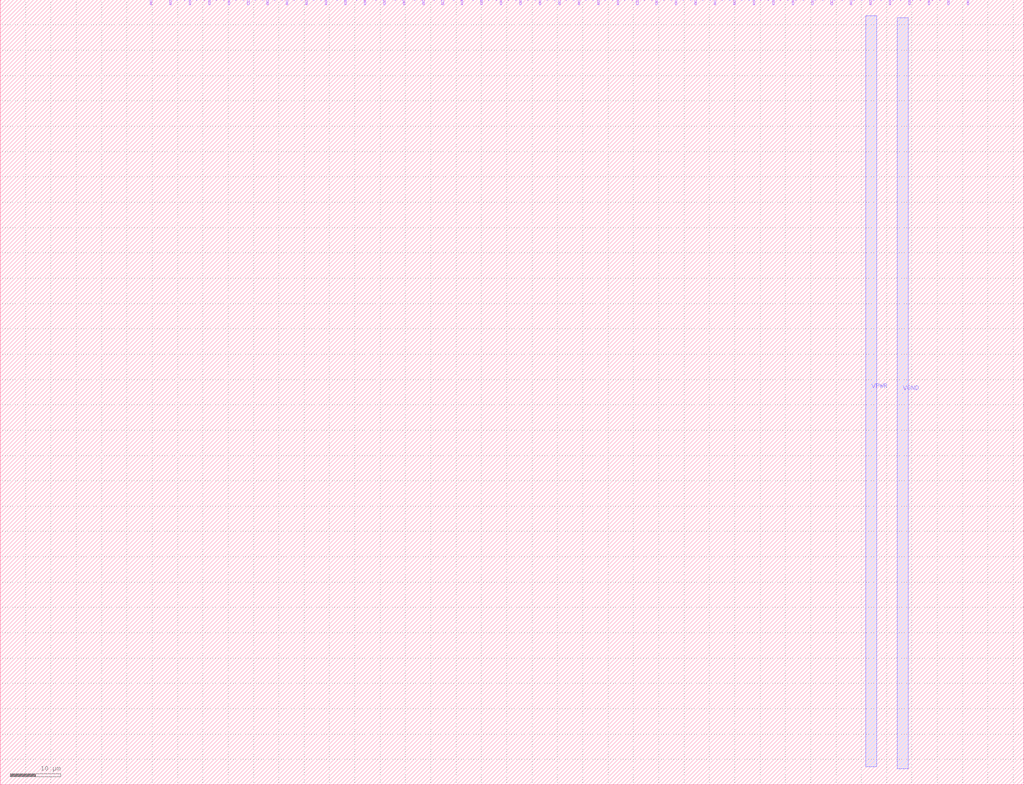
<source format=lef>
VERSION 5.8 ;
BUSBITCHARS "[]" ;
DIVIDERCHAR "/" ;

MACRO tt_um_silicon_art
  CLASS BLOCK ;
  FOREIGN tt_um_silicon_art 0.000 0.000 ;
  ORIGIN 0.000 0.000 ;
  SIZE 202.080 BY 154.980 ;
  SYMMETRY X Y ;

  PIN VGND
    DIRECTION INOUT ;
    USE GROUND ;
    PORT
      LAYER TopMetal1 ;
        RECT 177.060 3.150 179.260 151.420 ;
    END
  END VGND

  PIN VPWR
    DIRECTION INOUT ;
    USE POWER ;
    PORT
      LAYER TopMetal1 ;
        RECT 170.860 3.560 173.060 151.830 ;
    END
  END VPWR

  PIN clk
    DIRECTION INPUT ;
    USE SIGNAL ;
    PORT
      LAYER Metal4 ;
        RECT 187.050 153.980 187.350 154.980 ;
    END
  END clk

  PIN ena
    DIRECTION INPUT ;
    USE SIGNAL ;
    PORT
      LAYER Metal4 ;
        RECT 190.890 153.980 191.190 154.980 ;
    END
  END ena

  PIN rst_n
    DIRECTION INPUT ;
    USE SIGNAL ;
    PORT
      LAYER Metal4 ;
        RECT 183.210 153.980 183.510 154.980 ;
    END
  END rst_n

  PIN ui_in[0]
    DIRECTION INPUT ;
    USE SIGNAL ;
    PORT
      LAYER Metal4 ;
        RECT 179.370 153.980 179.670 154.980 ;
    END
  END ui_in[0]

  PIN ui_in[1]
    DIRECTION INPUT ;
    USE SIGNAL ;
    PORT
      LAYER Metal4 ;
        RECT 175.530 153.980 175.830 154.980 ;
    END
  END ui_in[1]

  PIN ui_in[2]
    DIRECTION INPUT ;
    USE SIGNAL ;
    PORT
      LAYER Metal4 ;
        RECT 171.690 153.980 171.990 154.980 ;
    END
  END ui_in[2]

  PIN ui_in[3]
    DIRECTION INPUT ;
    USE SIGNAL ;
    PORT
      LAYER Metal4 ;
        RECT 167.850 153.980 168.150 154.980 ;
    END
  END ui_in[3]

  PIN ui_in[4]
    DIRECTION INPUT ;
    USE SIGNAL ;
    PORT
      LAYER Metal4 ;
        RECT 164.010 153.980 164.310 154.980 ;
    END
  END ui_in[4]

  PIN ui_in[5]
    DIRECTION INPUT ;
    USE SIGNAL ;
    PORT
      LAYER Metal4 ;
        RECT 160.170 153.980 160.470 154.980 ;
    END
  END ui_in[5]

  PIN ui_in[6]
    DIRECTION INPUT ;
    USE SIGNAL ;
    PORT
      LAYER Metal4 ;
        RECT 156.330 153.980 156.630 154.980 ;
    END
  END ui_in[6]

  PIN ui_in[7]
    DIRECTION INPUT ;
    USE SIGNAL ;
    PORT
      LAYER Metal4 ;
        RECT 152.490 153.980 152.790 154.980 ;
    END
  END ui_in[7]

  PIN uio_in[0]
    DIRECTION INPUT ;
    USE SIGNAL ;
    PORT
      LAYER Metal4 ;
        RECT 148.650 153.980 148.950 154.980 ;
    END
  END uio_in[0]

  PIN uio_in[1]
    DIRECTION INPUT ;
    USE SIGNAL ;
    PORT
      LAYER Metal4 ;
        RECT 144.810 153.980 145.110 154.980 ;
    END
  END uio_in[1]

  PIN uio_in[2]
    DIRECTION INPUT ;
    USE SIGNAL ;
    PORT
      LAYER Metal4 ;
        RECT 140.970 153.980 141.270 154.980 ;
    END
  END uio_in[2]

  PIN uio_in[3]
    DIRECTION INPUT ;
    USE SIGNAL ;
    PORT
      LAYER Metal4 ;
        RECT 137.130 153.980 137.430 154.980 ;
    END
  END uio_in[3]

  PIN uio_in[4]
    DIRECTION INPUT ;
    USE SIGNAL ;
    PORT
      LAYER Metal4 ;
        RECT 133.290 153.980 133.590 154.980 ;
    END
  END uio_in[4]

  PIN uio_in[5]
    DIRECTION INPUT ;
    USE SIGNAL ;
    PORT
      LAYER Metal4 ;
        RECT 129.450 153.980 129.750 154.980 ;
    END
  END uio_in[5]

  PIN uio_in[6]
    DIRECTION INPUT ;
    USE SIGNAL ;
    PORT
      LAYER Metal4 ;
        RECT 125.610 153.980 125.910 154.980 ;
    END
  END uio_in[6]

  PIN uio_in[7]
    DIRECTION INPUT ;
    USE SIGNAL ;
    PORT
      LAYER Metal4 ;
        RECT 121.770 153.980 122.070 154.980 ;
    END
  END uio_in[7]

  PIN uio_oe[0]
    DIRECTION OUTPUT ;
    USE SIGNAL ;
    PORT
      LAYER Metal4 ;
        RECT 56.490 153.980 56.790 154.980 ;
    END
  END uio_oe[0]

  PIN uio_oe[1]
    DIRECTION OUTPUT ;
    USE SIGNAL ;
    PORT
      LAYER Metal4 ;
        RECT 52.650 153.980 52.950 154.980 ;
    END
  END uio_oe[1]

  PIN uio_oe[2]
    DIRECTION OUTPUT ;
    USE SIGNAL ;
    PORT
      LAYER Metal4 ;
        RECT 48.810 153.980 49.110 154.980 ;
    END
  END uio_oe[2]

  PIN uio_oe[3]
    DIRECTION OUTPUT ;
    USE SIGNAL ;
    PORT
      LAYER Metal4 ;
        RECT 44.970 153.980 45.270 154.980 ;
    END
  END uio_oe[3]

  PIN uio_oe[4]
    DIRECTION OUTPUT ;
    USE SIGNAL ;
    PORT
      LAYER Metal4 ;
        RECT 41.130 153.980 41.430 154.980 ;
    END
  END uio_oe[4]

  PIN uio_oe[5]
    DIRECTION OUTPUT ;
    USE SIGNAL ;
    PORT
      LAYER Metal4 ;
        RECT 37.290 153.980 37.590 154.980 ;
    END
  END uio_oe[5]

  PIN uio_oe[6]
    DIRECTION OUTPUT ;
    USE SIGNAL ;
    PORT
      LAYER Metal4 ;
        RECT 33.450 153.980 33.750 154.980 ;
    END
  END uio_oe[6]

  PIN uio_oe[7]
    DIRECTION OUTPUT ;
    USE SIGNAL ;
    PORT
      LAYER Metal4 ;
        RECT 29.610 153.980 29.910 154.980 ;
    END
  END uio_oe[7]

  PIN uio_out[0]
    DIRECTION OUTPUT ;
    USE SIGNAL ;
    PORT
      LAYER Metal4 ;
        RECT 87.210 153.980 87.510 154.980 ;
    END
  END uio_out[0]

  PIN uio_out[1]
    DIRECTION OUTPUT ;
    USE SIGNAL ;
    PORT
      LAYER Metal4 ;
        RECT 83.370 153.980 83.670 154.980 ;
    END
  END uio_out[1]

  PIN uio_out[2]
    DIRECTION OUTPUT ;
    USE SIGNAL ;
    PORT
      LAYER Metal4 ;
        RECT 79.530 153.980 79.830 154.980 ;
    END
  END uio_out[2]

  PIN uio_out[3]
    DIRECTION OUTPUT ;
    USE SIGNAL ;
    PORT
      LAYER Metal4 ;
        RECT 75.690 153.980 75.990 154.980 ;
    END
  END uio_out[3]

  PIN uio_out[4]
    DIRECTION OUTPUT ;
    USE SIGNAL ;
    PORT
      LAYER Metal4 ;
        RECT 71.850 153.980 72.150 154.980 ;
    END
  END uio_out[4]

  PIN uio_out[5]
    DIRECTION OUTPUT ;
    USE SIGNAL ;
    PORT
      LAYER Metal4 ;
        RECT 68.010 153.980 68.310 154.980 ;
    END
  END uio_out[5]

  PIN uio_out[6]
    DIRECTION OUTPUT ;
    USE SIGNAL ;
    PORT
      LAYER Metal4 ;
        RECT 64.170 153.980 64.470 154.980 ;
    END
  END uio_out[6]

  PIN uio_out[7]
    DIRECTION OUTPUT ;
    USE SIGNAL ;
    PORT
      LAYER Metal4 ;
        RECT 60.330 153.980 60.630 154.980 ;
    END
  END uio_out[7]

  PIN uo_out[0]
    DIRECTION OUTPUT ;
    USE SIGNAL ;
    PORT
      LAYER Metal4 ;
        RECT 117.930 153.980 118.230 154.980 ;
    END
  END uo_out[0]

  PIN uo_out[1]
    DIRECTION OUTPUT ;
    USE SIGNAL ;
    PORT
      LAYER Metal4 ;
        RECT 114.090 153.980 114.390 154.980 ;
    END
  END uo_out[1]

  PIN uo_out[2]
    DIRECTION OUTPUT ;
    USE SIGNAL ;
    PORT
      LAYER Metal4 ;
        RECT 110.250 153.980 110.550 154.980 ;
    END
  END uo_out[2]

  PIN uo_out[3]
    DIRECTION OUTPUT ;
    USE SIGNAL ;
    PORT
      LAYER Metal4 ;
        RECT 106.410 153.980 106.710 154.980 ;
    END
  END uo_out[3]

  PIN uo_out[4]
    DIRECTION OUTPUT ;
    USE SIGNAL ;
    PORT
      LAYER Metal4 ;
        RECT 102.570 153.980 102.870 154.980 ;
    END
  END uo_out[4]

  PIN uo_out[5]
    DIRECTION OUTPUT ;
    USE SIGNAL ;
    PORT
      LAYER Metal4 ;
        RECT 98.730 153.980 99.030 154.980 ;
    END
  END uo_out[5]

  PIN uo_out[6]
    DIRECTION OUTPUT ;
    USE SIGNAL ;
    PORT
      LAYER Metal4 ;
        RECT 94.890 153.980 95.190 154.980 ;
    END
  END uo_out[6]

  PIN uo_out[7]
    DIRECTION OUTPUT ;
    USE SIGNAL ;
    PORT
      LAYER Metal4 ;
        RECT 91.050 153.980 91.350 154.980 ;
    END
  END uo_out[7]

END tt_um_silicon_art

END LIBRARY

</source>
